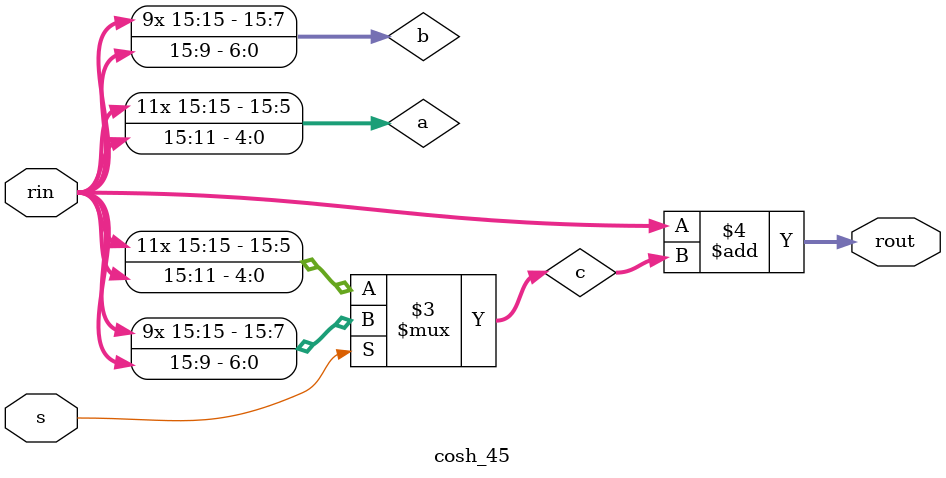
<source format=v>
module cosh_45(
    input signed [15:0] rin,
    input s,
    output signed [15:0] rout    
    );
    wire signed [15:0] a,b,c;
    assign a = rin >>> 11;
    assign b = rin >>> 9;
    assign c = s? b:a;
    assign rout = rin + c;
endmodule

</source>
